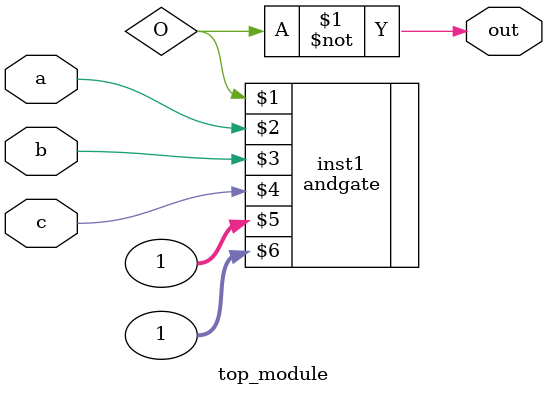
<source format=v>
module top_module (input a, input b, input c, output out);//
    wire O;
    assign out = ~O;
    andgate inst1 ( O, a, b, c ,1,1);

endmodule
</source>
